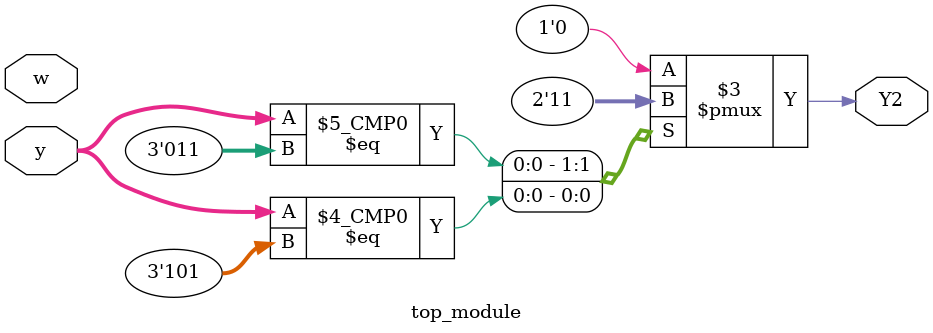
<source format=sv>
module top_module(
    input [3:1] y,
    input w,
    output reg Y2);

    always @*
    begin
        case (y)
            3'b000: Y2 = 1'b0;
            3'b001: Y2 = 1'b0;
            3'b010: Y2 = 1'b0;
            3'b011: Y2 = 1'b1;
            3'b100: Y2 = 1'b0;
            3'b101: Y2 = 1'b1;
            default: Y2 = 1'b0;
        endcase
    end

endmodule

</source>
